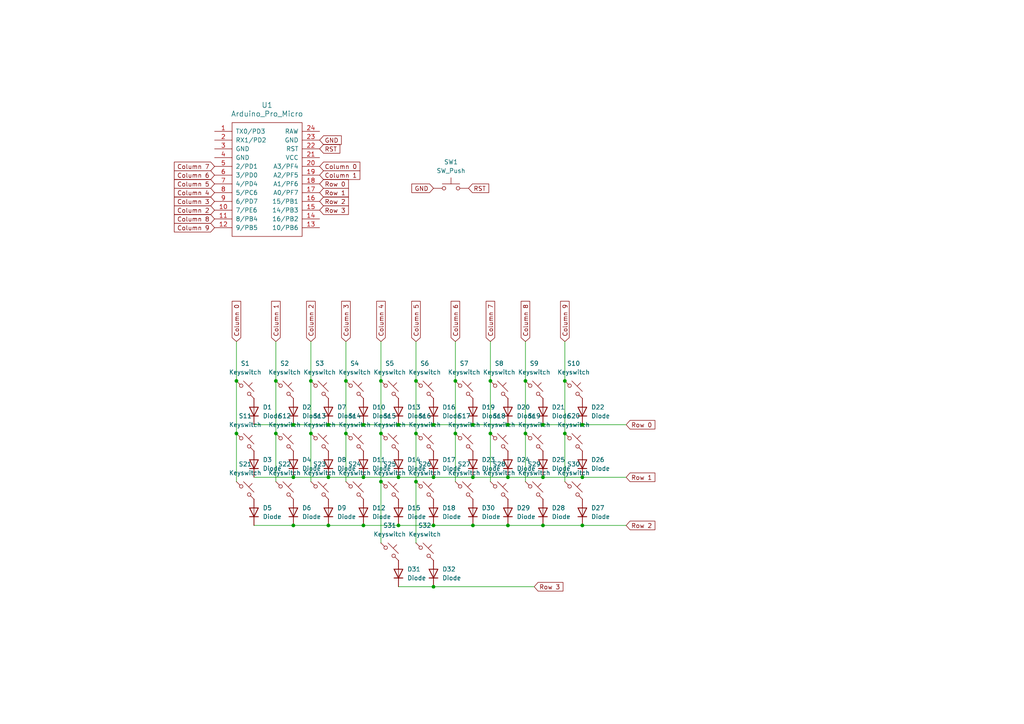
<source format=kicad_sch>
(kicad_sch (version 20231120) (generator "eeschema") (generator_version "8.0")
  (paper "A4")
  (lib_symbols
    (symbol "ScottoKeebs:MCU_Arduino_Pro_Micro" (pin_names (offset 1.016))
      (property "Reference" "U" (at 0 0 0))
      (property "Value" "Arduino_Pro_Micro" (at 0 -19.05 0))
      (symbol "MCU_Arduino_Pro_Micro_0_1"
        (rectangle (start -10.16 16.51) (end 10.16 -16.51))
      )
      (symbol "MCU_Arduino_Pro_Micro_1_1"
        (pin input line (at -15.24 13.97 0) (length 5.08) (name "TX0/PD3") (number "1"))
        (pin input line (at -15.24 -8.89 0) (length 5.08) (name "7/PE6") (number "10"))
        (pin input line (at -15.24 -11.43 0) (length 5.08) (name "8/PB4") (number "11"))
        (pin input line (at -15.24 -13.97 0) (length 5.08) (name "9/PB5") (number "12"))
        (pin input line (at 15.24 -13.97 180) (length 5.08) (name "10/PB6") (number "13"))
        (pin input line (at 15.24 -11.43 180) (length 5.08) (name "16/PB2") (number "14"))
        (pin input line (at 15.24 -8.89 180) (length 5.08) (name "14/PB3") (number "15"))
        (pin input line (at 15.24 -6.35 180) (length 5.08) (name "15/PB1") (number "16"))
        (pin input line (at 15.24 -3.81 180) (length 5.08) (name "A0/PF7") (number "17"))
        (pin input line (at 15.24 -1.27 180) (length 5.08) (name "A1/PF6") (number "18"))
        (pin input line (at 15.24 1.27 180) (length 5.08) (name "A2/PF5") (number "19"))
        (pin input line (at -15.24 11.43 0) (length 5.08) (name "RX1/PD2") (number "2"))
        (pin input line (at 15.24 3.81 180) (length 5.08) (name "A3/PF4") (number "20"))
        (pin input line (at 15.24 6.35 180) (length 5.08) (name "VCC") (number "21"))
        (pin input line (at 15.24 8.89 180) (length 5.08) (name "RST") (number "22"))
        (pin input line (at 15.24 11.43 180) (length 5.08) (name "GND") (number "23"))
        (pin input line (at 15.24 13.97 180) (length 5.08) (name "RAW") (number "24"))
        (pin input line (at -15.24 8.89 0) (length 5.08) (name "GND") (number "3"))
        (pin input line (at -15.24 6.35 0) (length 5.08) (name "GND") (number "4"))
        (pin input line (at -15.24 3.81 0) (length 5.08) (name "2/PD1") (number "5"))
        (pin input line (at -15.24 1.27 0) (length 5.08) (name "3/PD0") (number "6"))
        (pin input line (at -15.24 -1.27 0) (length 5.08) (name "4/PD4") (number "7"))
        (pin input line (at -15.24 -3.81 0) (length 5.08) (name "5/PC6") (number "8"))
        (pin input line (at -15.24 -6.35 0) (length 5.08) (name "6/PD7") (number "9"))
      )
    )
    (symbol "ScottoKeebs:Placeholder_Diode" (pin_numbers hide) (pin_names hide)
      (property "Reference" "D" (at 0 2.54 0))
      (property "Value" "Diode" (at 0 -2.54 0))
      (symbol "Placeholder_Diode_0_1"
        (polyline (pts (xy -1.27 1.27) (xy -1.27 -1.27)) (stroke (width 0.254)))
        (polyline (pts (xy 1.27 0) (xy -1.27 0)))
        (polyline (pts (xy 1.27 1.27) (xy 1.27 -1.27) (xy -1.27 0) (xy 1.27 1.27)) (stroke (width 0.254)))
      )
      (symbol "Placeholder_Diode_1_1"
        (pin passive line (at -3.81 0 0) (length 2.54) (name "K") (number "1"))
        (pin passive line (at 3.81 0 180) (length 2.54) (name "A") (number "2"))
      )
    )
    (symbol "ScottoKeebs:Placeholder_Keyswitch" (pin_numbers hide) (pin_names (offset 1.016) hide)
      (property "Reference" "S" (at 3.048 1.016 0))
      (property "Value" "Keyswitch" (at 0 -3.81 0))
      (symbol "Placeholder_Keyswitch_0_1"
        (circle (center -1.1684 1.1684) (radius 0.508))
        (polyline (pts (xy -0.508 2.54) (xy 2.54 -0.508)))
        (polyline (pts (xy 1.016 1.016) (xy 2.032 2.032)))
        (polyline (pts (xy -2.54 2.54) (xy -1.524 1.524) (xy -1.524 1.524)))
        (polyline (pts (xy 1.524 -1.524) (xy 2.54 -2.54) (xy 2.54 -2.54) (xy 2.54 -2.54)))
        (circle (center 1.143 -1.1938) (radius 0.508))
        (pin passive line (at -2.54 2.54 0) (length 0) (name "1") (number "1"))
        (pin passive line (at 2.54 -2.54 180) (length 0) (name "2") (number "2"))
      )
    )
    (symbol "Switch:SW_Push" (pin_numbers hide) (pin_names (offset 1.016) hide)
      (property "Reference" "SW" (at 1.27 2.54 0))
      (property "Value" "SW_Push" (at 0 -1.524 0))
      (symbol "SW_Push_0_1"
        (circle (center -2.032 0) (radius 0.508))
        (polyline (pts (xy 0 1.27) (xy 0 3.048)))
        (polyline (pts (xy 2.54 1.27) (xy -2.54 1.27)))
        (circle (center 2.032 0) (radius 0.508))
        (pin passive line (at -5.08 0 0) (length 2.54) (name "1") (number "1"))
        (pin passive line (at 5.08 0 180) (length 2.54) (name "2") (number "2"))
      )
    )
  )
  (junction (at 120.65 139.7))
  (junction (at 137.16 152.4))
  (junction (at 142.24 110.49))
  (junction (at 125.73 138.43))
  (junction (at 125.73 170.18))
  (junction (at 115.57 123.19))
  (junction (at 147.32 123.19))
  (junction (at 80.01 110.49))
  (junction (at 90.17 125.73))
  (junction (at 163.83 110.49))
  (junction (at 132.08 110.49))
  (junction (at 80.01 125.73))
  (junction (at 132.08 125.73))
  (junction (at 168.91 152.4))
  (junction (at 95.25 152.4))
  (junction (at 142.24 125.73))
  (junction (at 68.58 125.73))
  (junction (at 85.09 123.19))
  (junction (at 105.41 152.4))
  (junction (at 125.73 152.4))
  (junction (at 85.09 152.4))
  (junction (at 100.33 110.49))
  (junction (at 137.16 138.43))
  (junction (at 147.32 138.43))
  (junction (at 157.48 138.43))
  (junction (at 168.91 123.19))
  (junction (at 115.57 138.43))
  (junction (at 105.41 138.43))
  (junction (at 157.48 152.4))
  (junction (at 110.49 139.7))
  (junction (at 100.33 125.73))
  (junction (at 125.73 123.19))
  (junction (at 68.58 110.49))
  (junction (at 163.83 125.73))
  (junction (at 110.49 125.73))
  (junction (at 168.91 138.43))
  (junction (at 105.41 123.19))
  (junction (at 137.16 123.19))
  (junction (at 85.09 138.43))
  (junction (at 95.25 123.19))
  (junction (at 115.57 152.4))
  (junction (at 120.65 110.49))
  (junction (at 95.25 138.43))
  (junction (at 157.48 123.19))
  (junction (at 147.32 152.4))
  (junction (at 152.4 125.73))
  (junction (at 110.49 110.49))
  (junction (at 90.17 110.49))
  (junction (at 120.65 125.73))
  (junction (at 152.4 110.49))
  (wire (pts (xy 80.01 99.06) (xy 80.01 110.49)))
  (wire (pts (xy 152.4 110.49) (xy 152.4 125.73)))
  (wire (pts (xy 110.49 110.49) (xy 110.49 125.73)))
  (wire (pts (xy 120.65 110.49) (xy 120.65 125.73)))
  (wire (pts (xy 125.73 152.4) (xy 137.16 152.4)))
  (wire (pts (xy 105.41 138.43) (xy 115.57 138.43)))
  (wire (pts (xy 85.09 152.4) (xy 95.25 152.4)))
  (wire (pts (xy 137.16 152.4) (xy 147.32 152.4)))
  (wire (pts (xy 68.58 99.06) (xy 68.58 110.49)))
  (wire (pts (xy 142.24 125.73) (xy 142.24 139.7)))
  (wire (pts (xy 73.66 123.19) (xy 85.09 123.19)))
  (wire (pts (xy 132.08 125.73) (xy 132.08 139.7)))
  (wire (pts (xy 68.58 125.73) (xy 68.58 139.7)))
  (wire (pts (xy 115.57 138.43) (xy 125.73 138.43)))
  (wire (pts (xy 147.32 138.43) (xy 157.48 138.43)))
  (wire (pts (xy 110.49 99.06) (xy 110.49 110.49)))
  (wire (pts (xy 125.73 138.43) (xy 137.16 138.43)))
  (wire (pts (xy 80.01 110.49) (xy 80.01 125.73)))
  (wire (pts (xy 90.17 99.06) (xy 90.17 110.49)))
  (wire (pts (xy 163.83 110.49) (xy 163.83 125.73)))
  (wire (pts (xy 137.16 138.43) (xy 147.32 138.43)))
  (wire (pts (xy 90.17 110.49) (xy 90.17 125.73)))
  (wire (pts (xy 132.08 99.06) (xy 132.08 110.49)))
  (wire (pts (xy 105.41 123.19) (xy 115.57 123.19)))
  (wire (pts (xy 157.48 123.19) (xy 168.91 123.19)))
  (wire (pts (xy 147.32 152.4) (xy 157.48 152.4)))
  (wire (pts (xy 95.25 123.19) (xy 105.41 123.19)))
  (wire (pts (xy 100.33 125.73) (xy 100.33 139.7)))
  (wire (pts (xy 120.65 139.7) (xy 120.65 157.48)))
  (wire (pts (xy 115.57 152.4) (xy 125.73 152.4)))
  (wire (pts (xy 85.09 138.43) (xy 95.25 138.43)))
  (wire (pts (xy 137.16 123.19) (xy 147.32 123.19)))
  (wire (pts (xy 95.25 138.43) (xy 105.41 138.43)))
  (wire (pts (xy 152.4 125.73) (xy 152.4 139.7)))
  (wire (pts (xy 68.58 110.49) (xy 68.58 125.73)))
  (wire (pts (xy 154.94 170.18) (xy 125.73 170.18)))
  (wire (pts (xy 132.08 110.49) (xy 132.08 125.73)))
  (wire (pts (xy 115.57 123.19) (xy 125.73 123.19)))
  (wire (pts (xy 142.24 110.49) (xy 142.24 125.73)))
  (wire (pts (xy 120.65 99.06) (xy 120.65 110.49)))
  (wire (pts (xy 168.91 138.43) (xy 181.61 138.43)))
  (wire (pts (xy 168.91 152.4) (xy 181.61 152.4)))
  (wire (pts (xy 181.61 123.19) (xy 168.91 123.19)))
  (wire (pts (xy 157.48 138.43) (xy 168.91 138.43)))
  (wire (pts (xy 147.32 123.19) (xy 157.48 123.19)))
  (wire (pts (xy 90.17 125.73) (xy 90.17 139.7)))
  (wire (pts (xy 152.4 99.06) (xy 152.4 110.49)))
  (wire (pts (xy 110.49 139.7) (xy 110.49 157.48)))
  (wire (pts (xy 110.49 125.73) (xy 110.49 139.7)))
  (wire (pts (xy 115.57 170.18) (xy 125.73 170.18)))
  (wire (pts (xy 85.09 123.19) (xy 95.25 123.19)))
  (wire (pts (xy 105.41 152.4) (xy 115.57 152.4)))
  (wire (pts (xy 157.48 152.4) (xy 168.91 152.4)))
  (wire (pts (xy 120.65 125.73) (xy 120.65 139.7)))
  (wire (pts (xy 125.73 123.19) (xy 137.16 123.19)))
  (wire (pts (xy 80.01 125.73) (xy 80.01 139.7)))
  (wire (pts (xy 73.66 152.4) (xy 85.09 152.4)))
  (wire (pts (xy 163.83 99.06) (xy 163.83 110.49)))
  (wire (pts (xy 100.33 110.49) (xy 100.33 125.73)))
  (wire (pts (xy 73.66 138.43) (xy 85.09 138.43)))
  (wire (pts (xy 95.25 152.4) (xy 105.41 152.4)))
  (wire (pts (xy 163.83 125.73) (xy 163.83 139.7)))
  (wire (pts (xy 142.24 99.06) (xy 142.24 110.49)))
  (wire (pts (xy 100.33 99.06) (xy 100.33 110.49)))
  (global_label "Column 7" (shape input) (at 142.24 99.06 90) (property "Intersheetrefs" "${INTERSHEET_REFS}" (effects (hide yes))))
  (global_label "RST" (shape input) (at 92.71 43.18 0) (property "Intersheetrefs" "${INTERSHEET_REFS}" (effects (hide yes))))
  (global_label "Row 2" (shape input) (at 92.71 58.42 0) (property "Intersheetrefs" "${INTERSHEET_REFS}" (effects (hide yes))))
  (global_label "Row 3" (shape input) (at 154.94 170.18 0) (property "Intersheetrefs" "${INTERSHEET_REFS}" (effects (hide yes))))
  (global_label "Column 0" (shape input) (at 92.71 48.26 0) (property "Intersheetrefs" "${INTERSHEET_REFS}" (effects (hide yes))))
  (global_label "Row 1" (shape input) (at 181.61 138.43 0) (property "Intersheetrefs" "${INTERSHEET_REFS}" (effects (hide yes))))
  (global_label "Row 0" (shape input) (at 92.71 53.34 0) (property "Intersheetrefs" "${INTERSHEET_REFS}" (effects (hide yes))))
  (global_label "Row 2" (shape input) (at 181.61 152.4 0) (property "Intersheetrefs" "${INTERSHEET_REFS}" (effects (hide yes))))
  (global_label "Column 1" (shape input) (at 80.01 99.06 90) (property "Intersheetrefs" "${INTERSHEET_REFS}" (effects (hide yes))))
  (global_label "Column 2" (shape input) (at 90.17 99.06 90) (property "Intersheetrefs" "${INTERSHEET_REFS}" (effects (hide yes))))
  (global_label "Row 1" (shape input) (at 92.71 55.88 0) (property "Intersheetrefs" "${INTERSHEET_REFS}" (effects (hide yes))))
  (global_label "Column 6" (shape input) (at 132.08 99.06 90) (property "Intersheetrefs" "${INTERSHEET_REFS}" (effects (hide yes))))
  (global_label "Column 5" (shape input) (at 120.65 99.06 90) (property "Intersheetrefs" "${INTERSHEET_REFS}" (effects (hide yes))))
  (global_label "Column 4" (shape input) (at 110.49 99.06 90) (property "Intersheetrefs" "${INTERSHEET_REFS}" (effects (hide yes))))
  (global_label "Column 6" (shape input) (at 62.23 50.8 180) (property "Intersheetrefs" "${INTERSHEET_REFS}" (effects (hide yes))))
  (global_label "Column 3" (shape input) (at 62.23 58.42 180) (property "Intersheetrefs" "${INTERSHEET_REFS}" (effects (hide yes))))
  (global_label "Column 3" (shape input) (at 100.33 99.06 90) (property "Intersheetrefs" "${INTERSHEET_REFS}" (effects (hide yes))))
  (global_label "GND" (shape input) (at 125.73 54.61 180) (property "Intersheetrefs" "${INTERSHEET_REFS}" (effects (hide yes))))
  (global_label "Column 8" (shape input) (at 62.23 63.5 180) (property "Intersheetrefs" "${INTERSHEET_REFS}" (effects (hide yes))))
  (global_label "Column 5" (shape input) (at 62.23 53.34 180) (property "Intersheetrefs" "${INTERSHEET_REFS}" (effects (hide yes))))
  (global_label "Column 9" (shape input) (at 62.23 66.04 180) (property "Intersheetrefs" "${INTERSHEET_REFS}" (effects (hide yes))))
  (global_label "Column 0" (shape input) (at 68.58 99.06 90) (property "Intersheetrefs" "${INTERSHEET_REFS}" (effects (hide yes))))
  (global_label "Column 7" (shape input) (at 62.23 48.26 180) (property "Intersheetrefs" "${INTERSHEET_REFS}" (effects (hide yes))))
  (global_label "RST" (shape input) (at 135.89 54.61 0) (property "Intersheetrefs" "${INTERSHEET_REFS}" (effects (hide yes))))
  (global_label "Column 4" (shape input) (at 62.23 55.88 180) (property "Intersheetrefs" "${INTERSHEET_REFS}" (effects (hide yes))))
  (global_label "Column 1" (shape input) (at 92.71 50.8 0) (property "Intersheetrefs" "${INTERSHEET_REFS}" (effects (hide yes))))
  (global_label "Column 8" (shape input) (at 152.4 99.06 90) (property "Intersheetrefs" "${INTERSHEET_REFS}" (effects (hide yes))))
  (global_label "Column 9" (shape input) (at 163.83 99.06 90) (property "Intersheetrefs" "${INTERSHEET_REFS}" (effects (hide yes))))
  (global_label "Row 0" (shape input) (at 181.61 123.19 0) (property "Intersheetrefs" "${INTERSHEET_REFS}" (effects (hide yes))))
  (global_label "Row 3" (shape input) (at 92.71 60.96 0) (property "Intersheetrefs" "${INTERSHEET_REFS}" (effects (hide yes))))
  (global_label "Column 2" (shape input) (at 62.23 60.96 180) (property "Intersheetrefs" "${INTERSHEET_REFS}" (effects (hide yes))))
  (global_label "GND" (shape input) (at 92.71 40.64 0) (property "Intersheetrefs" "${INTERSHEET_REFS}" (effects (hide yes))))
  (symbol (lib_id "ScottoKeebs:Placeholder_Diode") (at 73.66 148.59 90) (unit 1)
    (property "Reference" "D5" (at 76.2 147.3199 90) (effects (justify right)))
    (property "Value" "Diode" (at 76.2 149.8599 90) (effects (justify right)))
    (property "Footprint" "ScottoKeebs_Components:Diode_SOD-123" (effects (hide yes)))
    (property "Description" "1N4148 (DO-35) or 1N4148W (SOD-123)" (effects (hide yes)))
    (property "Sim.Device" "D" (effects (hide yes)))
    (property "Sim.Pins" "1=K 2=A" (effects (hide yes)))
  )
  (symbol (lib_id "ScottoKeebs:Placeholder_Diode") (at 168.91 148.59 90) (unit 1)
    (property "Reference" "D27" (at 171.45 147.3199 90) (effects (justify right)))
    (property "Value" "Diode" (at 171.45 149.8599 90) (effects (justify right)))
    (property "Footprint" "ScottoKeebs_Components:Diode_SOD-123" (effects (hide yes)))
    (property "Description" "1N4148 (DO-35) or 1N4148W (SOD-123)" (effects (hide yes)))
    (property "Sim.Device" "D" (effects (hide yes)))
    (property "Sim.Pins" "1=K 2=A" (effects (hide yes)))
  )
  (symbol (lib_id "ScottoKeebs:Placeholder_Diode") (at 115.57 166.37 90) (unit 1)
    (property "Reference" "D31" (at 118.11 165.0999 90) (effects (justify right)))
    (property "Value" "Diode" (at 118.11 167.6399 90) (effects (justify right)))
    (property "Footprint" "ScottoKeebs_Components:Diode_SOD-123" (effects (hide yes)))
    (property "Description" "1N4148 (DO-35) or 1N4148W (SOD-123)" (effects (hide yes)))
    (property "Sim.Device" "D" (effects (hide yes)))
    (property "Sim.Pins" "1=K 2=A" (effects (hide yes)))
  )
  (symbol (lib_id "ScottoKeebs:Placeholder_Diode") (at 168.91 134.62 90) (unit 1)
    (property "Reference" "D26" (at 171.45 133.3499 90) (effects (justify right)))
    (property "Value" "Diode" (at 171.45 135.8899 90) (effects (justify right)))
    (property "Footprint" "ScottoKeebs_Components:Diode_SOD-123" (effects (hide yes)))
    (property "Description" "1N4148 (DO-35) or 1N4148W (SOD-123)" (effects (hide yes)))
    (property "Sim.Device" "D" (effects (hide yes)))
    (property "Sim.Pins" "1=K 2=A" (effects (hide yes)))
  )
  (symbol (lib_id "ScottoKeebs:Placeholder_Diode") (at 85.09 134.62 90) (unit 1)
    (property "Reference" "D4" (at 87.63 133.3499 90) (effects (justify right)))
    (property "Value" "Diode" (at 87.63 135.8899 90) (effects (justify right)))
    (property "Footprint" "ScottoKeebs_Components:Diode_SOD-123" (effects (hide yes)))
    (property "Description" "1N4148 (DO-35) or 1N4148W (SOD-123)" (effects (hide yes)))
    (property "Sim.Device" "D" (effects (hide yes)))
    (property "Sim.Pins" "1=K 2=A" (effects (hide yes)))
  )
  (symbol (lib_id "ScottoKeebs:Placeholder_Diode") (at 105.41 148.59 90) (unit 1)
    (property "Reference" "D12" (at 107.95 147.3199 90) (effects (justify right)))
    (property "Value" "Diode" (at 107.95 149.8599 90) (effects (justify right)))
    (property "Footprint" "ScottoKeebs_Components:Diode_SOD-123" (effects (hide yes)))
    (property "Description" "1N4148 (DO-35) or 1N4148W (SOD-123)" (effects (hide yes)))
    (property "Sim.Device" "D" (effects (hide yes)))
    (property "Sim.Pins" "1=K 2=A" (effects (hide yes)))
  )
  (symbol (lib_id "ScottoKeebs:Placeholder_Diode") (at 95.25 119.38 90) (unit 1)
    (property "Reference" "D7" (at 97.79 118.1099 90) (effects (justify right)))
    (property "Value" "Diode" (at 97.79 120.6499 90) (effects (justify right)))
    (property "Footprint" "ScottoKeebs_Components:Diode_SOD-123" (effects (hide yes)))
    (property "Description" "1N4148 (DO-35) or 1N4148W (SOD-123)" (effects (hide yes)))
    (property "Sim.Device" "D" (effects (hide yes)))
    (property "Sim.Pins" "1=K 2=A" (effects (hide yes)))
  )
  (symbol (lib_id "ScottoKeebs:Placeholder_Diode") (at 105.41 134.62 90) (unit 1)
    (property "Reference" "D11" (at 107.95 133.3499 90) (effects (justify right)))
    (property "Value" "Diode" (at 107.95 135.8899 90) (effects (justify right)))
    (property "Footprint" "ScottoKeebs_Components:Diode_SOD-123" (effects (hide yes)))
    (property "Description" "1N4148 (DO-35) or 1N4148W (SOD-123)" (effects (hide yes)))
    (property "Sim.Device" "D" (effects (hide yes)))
    (property "Sim.Pins" "1=K 2=A" (effects (hide yes)))
  )
  (symbol (lib_id "ScottoKeebs:Placeholder_Keyswitch") (at 166.37 113.03 0) (unit 1)
    (property "Reference" "S10" (at 166.37 105.41 0))
    (property "Value" "Keyswitch" (at 166.37 107.95 0))
    (property "Footprint" "ScottoKeebs_Choc:Choc_V1_1.00u" (effects (hide yes)))
    (property "Description" "Push button switch, normally open, two pins, 45° tilted" (effects (hide yes)))
  )
  (symbol (lib_id "ScottoKeebs:Placeholder_Keyswitch") (at 154.94 113.03 0) (unit 1)
    (property "Reference" "S9" (at 154.94 105.41 0))
    (property "Value" "Keyswitch" (at 154.94 107.95 0))
    (property "Footprint" "ScottoKeebs_Choc:Choc_V1_1.00u" (effects (hide yes)))
    (property "Description" "Push button switch, normally open, two pins, 45° tilted" (effects (hide yes)))
  )
  (symbol (lib_id "ScottoKeebs:Placeholder_Diode") (at 125.73 134.62 90) (unit 1)
    (property "Reference" "D17" (at 128.27 133.3499 90) (effects (justify right)))
    (property "Value" "Diode" (at 128.27 135.8899 90) (effects (justify right)))
    (property "Footprint" "ScottoKeebs_Components:Diode_SOD-123" (effects (hide yes)))
    (property "Description" "1N4148 (DO-35) or 1N4148W (SOD-123)" (effects (hide yes)))
    (property "Sim.Device" "D" (effects (hide yes)))
    (property "Sim.Pins" "1=K 2=A" (effects (hide yes)))
  )
  (symbol (lib_id "ScottoKeebs:Placeholder_Keyswitch") (at 113.03 142.24 0) (unit 1)
    (property "Reference" "S25" (at 113.03 134.62 0))
    (property "Value" "Keyswitch" (at 113.03 137.16 0))
    (property "Footprint" "ScottoKeebs_Choc:Choc_V1_1.00u" (effects (hide yes)))
    (property "Description" "Push button switch, normally open, two pins, 45° tilted" (effects (hide yes)))
  )
  (symbol (lib_id "ScottoKeebs:Placeholder_Keyswitch") (at 123.19 128.27 0) (unit 1)
    (property "Reference" "S16" (at 123.19 120.65 0))
    (property "Value" "Keyswitch" (at 123.19 123.19 0))
    (property "Footprint" "ScottoKeebs_Choc:Choc_V1_1.00u" (effects (hide yes)))
    (property "Description" "Push button switch, normally open, two pins, 45° tilted" (effects (hide yes)))
  )
  (symbol (lib_id "ScottoKeebs:Placeholder_Keyswitch") (at 102.87 142.24 0) (unit 1)
    (property "Reference" "S24" (at 102.87 134.62 0))
    (property "Value" "Keyswitch" (at 102.87 137.16 0))
    (property "Footprint" "ScottoKeebs_Choc:Choc_V1_1.00u" (effects (hide yes)))
    (property "Description" "Push button switch, normally open, two pins, 45° tilted" (effects (hide yes)))
  )
  (symbol (lib_id "ScottoKeebs:Placeholder_Diode") (at 168.91 119.38 90) (unit 1)
    (property "Reference" "D22" (at 171.45 118.1099 90) (effects (justify right)))
    (property "Value" "Diode" (at 171.45 120.6499 90) (effects (justify right)))
    (property "Footprint" "ScottoKeebs_Components:Diode_SOD-123" (effects (hide yes)))
    (property "Description" "1N4148 (DO-35) or 1N4148W (SOD-123)" (effects (hide yes)))
    (property "Sim.Device" "D" (effects (hide yes)))
    (property "Sim.Pins" "1=K 2=A" (effects (hide yes)))
  )
  (symbol (lib_id "ScottoKeebs:Placeholder_Diode") (at 125.73 166.37 90) (unit 1)
    (property "Reference" "D32" (at 128.27 165.0999 90) (effects (justify right)))
    (property "Value" "Diode" (at 128.27 167.6399 90) (effects (justify right)))
    (property "Footprint" "ScottoKeebs_Components:Diode_SOD-123" (effects (hide yes)))
    (property "Description" "1N4148 (DO-35) or 1N4148W (SOD-123)" (effects (hide yes)))
    (property "Sim.Device" "D" (effects (hide yes)))
    (property "Sim.Pins" "1=K 2=A" (effects (hide yes)))
  )
  (symbol (lib_id "ScottoKeebs:Placeholder_Keyswitch") (at 166.37 128.27 0) (unit 1)
    (property "Reference" "S20" (at 166.37 120.65 0))
    (property "Value" "Keyswitch" (at 166.37 123.19 0))
    (property "Footprint" "ScottoKeebs_Choc:Choc_V1_1.00u" (effects (hide yes)))
    (property "Description" "Push button switch, normally open, two pins, 45° tilted" (effects (hide yes)))
  )
  (symbol (lib_id "ScottoKeebs:Placeholder_Diode") (at 137.16 148.59 90) (unit 1)
    (property "Reference" "D30" (at 139.7 147.3199 90) (effects (justify right)))
    (property "Value" "Diode" (at 139.7 149.8599 90) (effects (justify right)))
    (property "Footprint" "ScottoKeebs_Components:Diode_SOD-123" (effects (hide yes)))
    (property "Description" "1N4148 (DO-35) or 1N4148W (SOD-123)" (effects (hide yes)))
    (property "Sim.Device" "D" (effects (hide yes)))
    (property "Sim.Pins" "1=K 2=A" (effects (hide yes)))
  )
  (symbol (lib_id "ScottoKeebs:Placeholder_Keyswitch") (at 134.62 142.24 0) (unit 1)
    (property "Reference" "S27" (at 134.62 134.62 0))
    (property "Value" "Keyswitch" (at 134.62 137.16 0))
    (property "Footprint" "ScottoKeebs_Choc:Choc_V1_1.00u" (effects (hide yes)))
    (property "Description" "Push button switch, normally open, two pins, 45° tilted" (effects (hide yes)))
  )
  (symbol (lib_id "ScottoKeebs:Placeholder_Keyswitch") (at 154.94 142.24 0) (unit 1)
    (property "Reference" "S29" (at 154.94 134.62 0))
    (property "Value" "Keyswitch" (at 154.94 137.16 0))
    (property "Footprint" "ScottoKeebs_Choc:Choc_V1_1.00u" (effects (hide yes)))
    (property "Description" "Push button switch, normally open, two pins, 45° tilted" (effects (hide yes)))
  )
  (symbol (lib_id "ScottoKeebs:Placeholder_Diode") (at 115.57 119.38 90) (unit 1)
    (property "Reference" "D13" (at 118.11 118.1099 90) (effects (justify right)))
    (property "Value" "Diode" (at 118.11 120.6499 90) (effects (justify right)))
    (property "Footprint" "ScottoKeebs_Components:Diode_SOD-123" (effects (hide yes)))
    (property "Description" "1N4148 (DO-35) or 1N4148W (SOD-123)" (effects (hide yes)))
    (property "Sim.Device" "D" (effects (hide yes)))
    (property "Sim.Pins" "1=K 2=A" (effects (hide yes)))
  )
  (symbol (lib_id "ScottoKeebs:Placeholder_Diode") (at 115.57 134.62 90) (unit 1)
    (property "Reference" "D14" (at 118.11 133.3499 90) (effects (justify right)))
    (property "Value" "Diode" (at 118.11 135.8899 90) (effects (justify right)))
    (property "Footprint" "ScottoKeebs_Components:Diode_SOD-123" (effects (hide yes)))
    (property "Description" "1N4148 (DO-35) or 1N4148W (SOD-123)" (effects (hide yes)))
    (property "Sim.Device" "D" (effects (hide yes)))
    (property "Sim.Pins" "1=K 2=A" (effects (hide yes)))
  )
  (symbol (lib_id "ScottoKeebs:Placeholder_Keyswitch") (at 123.19 160.02 0) (unit 1)
    (property "Reference" "S32" (at 123.19 152.4 0))
    (property "Value" "Keyswitch" (at 123.19 154.94 0))
    (property "Footprint" "ScottoKeebs_Choc:Choc_V1_1.50u" (effects (hide yes)))
    (property "Description" "Push button switch, normally open, two pins, 45° tilted" (effects (hide yes)))
  )
  (symbol (lib_id "ScottoKeebs:Placeholder_Keyswitch") (at 123.19 113.03 0) (unit 1)
    (property "Reference" "S6" (at 123.19 105.41 0))
    (property "Value" "Keyswitch" (at 123.19 107.95 0))
    (property "Footprint" "ScottoKeebs_Choc:Choc_V1_1.00u" (effects (hide yes)))
    (property "Description" "Push button switch, normally open, two pins, 45° tilted" (effects (hide yes)))
  )
  (symbol (lib_id "ScottoKeebs:Placeholder_Keyswitch") (at 113.03 113.03 0) (unit 1)
    (property "Reference" "S5" (at 113.03 105.41 0))
    (property "Value" "Keyswitch" (at 113.03 107.95 0))
    (property "Footprint" "ScottoKeebs_Choc:Choc_V1_1.00u" (effects (hide yes)))
    (property "Description" "Push button switch, normally open, two pins, 45° tilted" (effects (hide yes)))
  )
  (symbol (lib_id "ScottoKeebs:Placeholder_Keyswitch") (at 82.55 128.27 0) (unit 1)
    (property "Reference" "S12" (at 82.55 120.65 0))
    (property "Value" "Keyswitch" (at 82.55 123.19 0))
    (property "Footprint" "ScottoKeebs_Choc:Choc_V1_1.00u" (effects (hide yes)))
    (property "Description" "Push button switch, normally open, two pins, 45° tilted" (effects (hide yes)))
  )
  (symbol (lib_id "ScottoKeebs:Placeholder_Diode") (at 147.32 119.38 90) (unit 1)
    (property "Reference" "D20" (at 149.86 118.1099 90) (effects (justify right)))
    (property "Value" "Diode" (at 149.86 120.6499 90) (effects (justify right)))
    (property "Footprint" "ScottoKeebs_Components:Diode_SOD-123" (effects (hide yes)))
    (property "Description" "1N4148 (DO-35) or 1N4148W (SOD-123)" (effects (hide yes)))
    (property "Sim.Device" "D" (effects (hide yes)))
    (property "Sim.Pins" "1=K 2=A" (effects (hide yes)))
  )
  (symbol (lib_id "ScottoKeebs:Placeholder_Diode") (at 73.66 134.62 90) (unit 1)
    (property "Reference" "D3" (at 76.2 133.3499 90) (effects (justify right)))
    (property "Value" "Diode" (at 76.2 135.8899 90) (effects (justify right)))
    (property "Footprint" "ScottoKeebs_Components:Diode_SOD-123" (effects (hide yes)))
    (property "Description" "1N4148 (DO-35) or 1N4148W (SOD-123)" (effects (hide yes)))
    (property "Sim.Device" "D" (effects (hide yes)))
    (property "Sim.Pins" "1=K 2=A" (effects (hide yes)))
  )
  (symbol (lib_id "ScottoKeebs:Placeholder_Keyswitch") (at 71.12 113.03 0) (unit 1)
    (property "Reference" "S1" (at 71.12 105.41 0))
    (property "Value" "Keyswitch" (at 71.12 107.95 0))
    (property "Footprint" "ScottoKeebs_Choc:Choc_V1_1.00u" (effects (hide yes)))
    (property "Description" "Push button switch, normally open, two pins, 45° tilted" (effects (hide yes)))
  )
  (symbol (lib_id "ScottoKeebs:Placeholder_Keyswitch") (at 82.55 113.03 0) (unit 1)
    (property "Reference" "S2" (at 82.55 105.41 0))
    (property "Value" "Keyswitch" (at 82.55 107.95 0))
    (property "Footprint" "ScottoKeebs_Choc:Choc_V1_1.00u" (effects (hide yes)))
    (property "Description" "Push button switch, normally open, two pins, 45° tilted" (effects (hide yes)))
  )
  (symbol (lib_id "ScottoKeebs:Placeholder_Keyswitch") (at 71.12 142.24 0) (unit 1)
    (property "Reference" "S21" (at 71.12 134.62 0))
    (property "Value" "Keyswitch" (at 71.12 137.16 0))
    (property "Footprint" "ScottoKeebs_Choc:Choc_V1_1.00u" (effects (hide yes)))
    (property "Description" "Push button switch, normally open, two pins, 45° tilted" (effects (hide yes)))
  )
  (symbol (lib_id "ScottoKeebs:Placeholder_Keyswitch") (at 154.94 128.27 0) (unit 1)
    (property "Reference" "S19" (at 154.94 120.65 0))
    (property "Value" "Keyswitch" (at 154.94 123.19 0))
    (property "Footprint" "ScottoKeebs_Choc:Choc_V1_1.00u" (effects (hide yes)))
    (property "Description" "Push button switch, normally open, two pins, 45° tilted" (effects (hide yes)))
  )
  (symbol (lib_id "ScottoKeebs:Placeholder_Diode") (at 157.48 134.62 90) (unit 1)
    (property "Reference" "D25" (at 160.02 133.3499 90) (effects (justify right)))
    (property "Value" "Diode" (at 160.02 135.8899 90) (effects (justify right)))
    (property "Footprint" "ScottoKeebs_Components:Diode_SOD-123" (effects (hide yes)))
    (property "Description" "1N4148 (DO-35) or 1N4148W (SOD-123)" (effects (hide yes)))
    (property "Sim.Device" "D" (effects (hide yes)))
    (property "Sim.Pins" "1=K 2=A" (effects (hide yes)))
  )
  (symbol (lib_id "ScottoKeebs:Placeholder_Diode") (at 85.09 148.59 90) (unit 1)
    (property "Reference" "D6" (at 87.63 147.3199 90) (effects (justify right)))
    (property "Value" "Diode" (at 87.63 149.8599 90) (effects (justify right)))
    (property "Footprint" "ScottoKeebs_Components:Diode_SOD-123" (effects (hide yes)))
    (property "Description" "1N4148 (DO-35) or 1N4148W (SOD-123)" (effects (hide yes)))
    (property "Sim.Device" "D" (effects (hide yes)))
    (property "Sim.Pins" "1=K 2=A" (effects (hide yes)))
  )
  (symbol (lib_id "ScottoKeebs:Placeholder_Diode") (at 95.25 148.59 90) (unit 1)
    (property "Reference" "D9" (at 97.79 147.3199 90) (effects (justify right)))
    (property "Value" "Diode" (at 97.79 149.8599 90) (effects (justify right)))
    (property "Footprint" "ScottoKeebs_Components:Diode_SOD-123" (effects (hide yes)))
    (property "Description" "1N4148 (DO-35) or 1N4148W (SOD-123)" (effects (hide yes)))
    (property "Sim.Device" "D" (effects (hide yes)))
    (property "Sim.Pins" "1=K 2=A" (effects (hide yes)))
  )
  (symbol (lib_id "ScottoKeebs:Placeholder_Keyswitch") (at 123.19 142.24 0) (unit 1)
    (property "Reference" "S26" (at 123.19 134.62 0))
    (property "Value" "Keyswitch" (at 123.19 137.16 0))
    (property "Footprint" "ScottoKeebs_Choc:Choc_V1_1.00u" (effects (hide yes)))
    (property "Description" "Push button switch, normally open, two pins, 45° tilted" (effects (hide yes)))
  )
  (symbol (lib_id "ScottoKeebs:Placeholder_Diode") (at 137.16 119.38 90) (unit 1)
    (property "Reference" "D19" (at 139.7 118.1099 90) (effects (justify right)))
    (property "Value" "Diode" (at 139.7 120.6499 90) (effects (justify right)))
    (property "Footprint" "ScottoKeebs_Components:Diode_SOD-123" (effects (hide yes)))
    (property "Description" "1N4148 (DO-35) or 1N4148W (SOD-123)" (effects (hide yes)))
    (property "Sim.Device" "D" (effects (hide yes)))
    (property "Sim.Pins" "1=K 2=A" (effects (hide yes)))
  )
  (symbol (lib_id "ScottoKeebs:Placeholder_Keyswitch") (at 92.71 128.27 0) (unit 1)
    (property "Reference" "S13" (at 92.71 120.65 0))
    (property "Value" "Keyswitch" (at 92.71 123.19 0))
    (property "Footprint" "ScottoKeebs_Choc:Choc_V1_1.00u" (effects (hide yes)))
    (property "Description" "Push button switch, normally open, two pins, 45° tilted" (effects (hide yes)))
  )
  (symbol (lib_id "ScottoKeebs:Placeholder_Keyswitch") (at 113.03 128.27 0) (unit 1)
    (property "Reference" "S15" (at 113.03 120.65 0))
    (property "Value" "Keyswitch" (at 113.03 123.19 0))
    (property "Footprint" "ScottoKeebs_Choc:Choc_V1_1.00u" (effects (hide yes)))
    (property "Description" "Push button switch, normally open, two pins, 45° tilted" (effects (hide yes)))
  )
  (symbol (lib_id "Switch:SW_Push") (at 130.81 54.61 0) (unit 1)
    (property "Reference" "SW1" (at 130.81 46.99 0))
    (property "Value" "SW_Push" (at 130.81 49.53 0))
    (property "Footprint" "ScottoKeebs_Components:Button_MJTP1250" (effects (hide yes)))
    (property "Description" "Push button switch, generic, two pins" (effects (hide yes)))
  )
  (symbol (lib_id "ScottoKeebs:Placeholder_Keyswitch") (at 102.87 113.03 0) (unit 1)
    (property "Reference" "S4" (at 102.87 105.41 0))
    (property "Value" "Keyswitch" (at 102.87 107.95 0))
    (property "Footprint" "ScottoKeebs_Choc:Choc_V1_1.00u" (effects (hide yes)))
    (property "Description" "Push button switch, normally open, two pins, 45° tilted" (effects (hide yes)))
  )
  (symbol (lib_id "ScottoKeebs:Placeholder_Keyswitch") (at 113.03 160.02 0) (unit 1)
    (property "Reference" "S31" (at 113.03 152.4 0))
    (property "Value" "Keyswitch" (at 113.03 154.94 0))
    (property "Footprint" "ScottoKeebs_Choc:Choc_V1_1.50u" (effects (hide yes)))
    (property "Description" "Push button switch, normally open, two pins, 45° tilted" (effects (hide yes)))
  )
  (symbol (lib_id "ScottoKeebs:Placeholder_Keyswitch") (at 144.78 142.24 0) (unit 1)
    (property "Reference" "S28" (at 144.78 134.62 0))
    (property "Value" "Keyswitch" (at 144.78 137.16 0))
    (property "Footprint" "ScottoKeebs_Choc:Choc_V1_1.00u" (effects (hide yes)))
    (property "Description" "Push button switch, normally open, two pins, 45° tilted" (effects (hide yes)))
  )
  (symbol (lib_id "ScottoKeebs:Placeholder_Keyswitch") (at 134.62 128.27 0) (unit 1)
    (property "Reference" "S17" (at 134.62 120.65 0))
    (property "Value" "Keyswitch" (at 134.62 123.19 0))
    (property "Footprint" "ScottoKeebs_Choc:Choc_V1_1.00u" (effects (hide yes)))
    (property "Description" "Push button switch, normally open, two pins, 45° tilted" (effects (hide yes)))
  )
  (symbol (lib_id "ScottoKeebs:Placeholder_Diode") (at 73.66 119.38 90) (unit 1)
    (property "Reference" "D1" (at 76.2 118.1099 90) (effects (justify right)))
    (property "Value" "Diode" (at 76.2 120.6499 90) (effects (justify right)))
    (property "Footprint" "ScottoKeebs_Components:Diode_SOD-123" (effects (hide yes)))
    (property "Description" "1N4148 (DO-35) or 1N4148W (SOD-123)" (effects (hide yes)))
    (property "Sim.Device" "D" (effects (hide yes)))
    (property "Sim.Pins" "1=K 2=A" (effects (hide yes)))
  )
  (symbol (lib_id "ScottoKeebs:Placeholder_Keyswitch") (at 166.37 142.24 0) (unit 1)
    (property "Reference" "S30" (at 166.37 134.62 0))
    (property "Value" "Keyswitch" (at 166.37 137.16 0))
    (property "Footprint" "ScottoKeebs_Choc:Choc_V1_1.00u" (effects (hide yes)))
    (property "Description" "Push button switch, normally open, two pins, 45° tilted" (effects (hide yes)))
  )
  (symbol (lib_id "ScottoKeebs:Placeholder_Diode") (at 95.25 134.62 90) (unit 1)
    (property "Reference" "D8" (at 97.79 133.3499 90) (effects (justify right)))
    (property "Value" "Diode" (at 97.79 135.8899 90) (effects (justify right)))
    (property "Footprint" "ScottoKeebs_Components:Diode_SOD-123" (effects (hide yes)))
    (property "Description" "1N4148 (DO-35) or 1N4148W (SOD-123)" (effects (hide yes)))
    (property "Sim.Device" "D" (effects (hide yes)))
    (property "Sim.Pins" "1=K 2=A" (effects (hide yes)))
  )
  (symbol (lib_id "ScottoKeebs:Placeholder_Diode") (at 157.48 148.59 90) (unit 1)
    (property "Reference" "D28" (at 160.02 147.3199 90) (effects (justify right)))
    (property "Value" "Diode" (at 160.02 149.8599 90) (effects (justify right)))
    (property "Footprint" "ScottoKeebs_Components:Diode_SOD-123" (effects (hide yes)))
    (property "Description" "1N4148 (DO-35) or 1N4148W (SOD-123)" (effects (hide yes)))
    (property "Sim.Device" "D" (effects (hide yes)))
    (property "Sim.Pins" "1=K 2=A" (effects (hide yes)))
  )
  (symbol (lib_id "ScottoKeebs:Placeholder_Diode") (at 115.57 148.59 90) (unit 1)
    (property "Reference" "D15" (at 118.11 147.3199 90) (effects (justify right)))
    (property "Value" "Diode" (at 118.11 149.8599 90) (effects (justify right)))
    (property "Footprint" "ScottoKeebs_Components:Diode_SOD-123" (effects (hide yes)))
    (property "Description" "1N4148 (DO-35) or 1N4148W (SOD-123)" (effects (hide yes)))
    (property "Sim.Device" "D" (effects (hide yes)))
    (property "Sim.Pins" "1=K 2=A" (effects (hide yes)))
  )
  (symbol (lib_id "ScottoKeebs:MCU_Arduino_Pro_Micro") (at 77.47 52.07 0) (unit 1)
    (property "Reference" "U1" (at 77.47 30.48 0) (effects (font (size 1.524 1.524))))
    (property "Value" "Arduino_Pro_Micro" (at 77.47 33.02 0) (effects (font (size 1.524 1.524))))
    (property "Footprint" "ScottoKeebs_MCU:Arduino_Pro_Micro" (effects (hide yes)))
  )
  (symbol (lib_id "ScottoKeebs:Placeholder_Keyswitch") (at 92.71 142.24 0) (unit 1)
    (property "Reference" "S23" (at 92.71 134.62 0))
    (property "Value" "Keyswitch" (at 92.71 137.16 0))
    (property "Footprint" "ScottoKeebs_Choc:Choc_V1_1.00u" (effects (hide yes)))
    (property "Description" "Push button switch, normally open, two pins, 45° tilted" (effects (hide yes)))
  )
  (symbol (lib_id "ScottoKeebs:Placeholder_Diode") (at 137.16 134.62 90) (unit 1)
    (property "Reference" "D23" (at 139.7 133.3499 90) (effects (justify right)))
    (property "Value" "Diode" (at 139.7 135.8899 90) (effects (justify right)))
    (property "Footprint" "ScottoKeebs_Components:Diode_SOD-123" (effects (hide yes)))
    (property "Description" "1N4148 (DO-35) or 1N4148W (SOD-123)" (effects (hide yes)))
    (property "Sim.Device" "D" (effects (hide yes)))
    (property "Sim.Pins" "1=K 2=A" (effects (hide yes)))
  )
  (symbol (lib_id "ScottoKeebs:Placeholder_Diode") (at 125.73 119.38 90) (unit 1)
    (property "Reference" "D16" (at 128.27 118.1099 90) (effects (justify right)))
    (property "Value" "Diode" (at 128.27 120.6499 90) (effects (justify right)))
    (property "Footprint" "ScottoKeebs_Components:Diode_SOD-123" (effects (hide yes)))
    (property "Description" "1N4148 (DO-35) or 1N4148W (SOD-123)" (effects (hide yes)))
    (property "Sim.Device" "D" (effects (hide yes)))
    (property "Sim.Pins" "1=K 2=A" (effects (hide yes)))
  )
  (symbol (lib_id "ScottoKeebs:Placeholder_Keyswitch") (at 134.62 113.03 0) (unit 1)
    (property "Reference" "S7" (at 134.62 105.41 0))
    (property "Value" "Keyswitch" (at 134.62 107.95 0))
    (property "Footprint" "ScottoKeebs_Choc:Choc_V1_1.00u" (effects (hide yes)))
    (property "Description" "Push button switch, normally open, two pins, 45° tilted" (effects (hide yes)))
  )
  (symbol (lib_id "ScottoKeebs:Placeholder_Diode") (at 85.09 119.38 90) (unit 1)
    (property "Reference" "D2" (at 87.63 118.1099 90) (effects (justify right)))
    (property "Value" "Diode" (at 87.63 120.6499 90) (effects (justify right)))
    (property "Footprint" "ScottoKeebs_Components:Diode_SOD-123" (effects (hide yes)))
    (property "Description" "1N4148 (DO-35) or 1N4148W (SOD-123)" (effects (hide yes)))
    (property "Sim.Device" "D" (effects (hide yes)))
    (property "Sim.Pins" "1=K 2=A" (effects (hide yes)))
  )
  (symbol (lib_id "ScottoKeebs:Placeholder_Keyswitch") (at 102.87 128.27 0) (unit 1)
    (property "Reference" "S14" (at 102.87 120.65 0))
    (property "Value" "Keyswitch" (at 102.87 123.19 0))
    (property "Footprint" "ScottoKeebs_Choc:Choc_V1_1.00u" (effects (hide yes)))
    (property "Description" "Push button switch, normally open, two pins, 45° tilted" (effects (hide yes)))
  )
  (symbol (lib_id "ScottoKeebs:Placeholder_Diode") (at 147.32 134.62 90) (unit 1)
    (property "Reference" "D24" (at 149.86 133.3499 90) (effects (justify right)))
    (property "Value" "Diode" (at 149.86 135.8899 90) (effects (justify right)))
    (property "Footprint" "ScottoKeebs_Components:Diode_SOD-123" (effects (hide yes)))
    (property "Description" "1N4148 (DO-35) or 1N4148W (SOD-123)" (effects (hide yes)))
    (property "Sim.Device" "D" (effects (hide yes)))
    (property "Sim.Pins" "1=K 2=A" (effects (hide yes)))
  )
  (symbol (lib_id "ScottoKeebs:Placeholder_Keyswitch") (at 92.71 113.03 0) (unit 1)
    (property "Reference" "S3" (at 92.71 105.41 0))
    (property "Value" "Keyswitch" (at 92.71 107.95 0))
    (property "Footprint" "ScottoKeebs_Choc:Choc_V1_1.00u" (effects (hide yes)))
    (property "Description" "Push button switch, normally open, two pins, 45° tilted" (effects (hide yes)))
  )
  (symbol (lib_id "ScottoKeebs:Placeholder_Keyswitch") (at 82.55 142.24 0) (unit 1)
    (property "Reference" "S22" (at 82.55 134.62 0))
    (property "Value" "Keyswitch" (at 82.55 137.16 0))
    (property "Footprint" "ScottoKeebs_Choc:Choc_V1_1.00u" (effects (hide yes)))
    (property "Description" "Push button switch, normally open, two pins, 45° tilted" (effects (hide yes)))
  )
  (symbol (lib_id "ScottoKeebs:Placeholder_Keyswitch") (at 144.78 113.03 0) (unit 1)
    (property "Reference" "S8" (at 144.78 105.41 0))
    (property "Value" "Keyswitch" (at 144.78 107.95 0))
    (property "Footprint" "ScottoKeebs_Choc:Choc_V1_1.00u" (effects (hide yes)))
    (property "Description" "Push button switch, normally open, two pins, 45° tilted" (effects (hide yes)))
  )
  (symbol (lib_id "ScottoKeebs:Placeholder_Diode") (at 157.48 119.38 90) (unit 1)
    (property "Reference" "D21" (at 160.02 118.1099 90) (effects (justify right)))
    (property "Value" "Diode" (at 160.02 120.6499 90) (effects (justify right)))
    (property "Footprint" "ScottoKeebs_Components:Diode_SOD-123" (effects (hide yes)))
    (property "Description" "1N4148 (DO-35) or 1N4148W (SOD-123)" (effects (hide yes)))
    (property "Sim.Device" "D" (effects (hide yes)))
    (property "Sim.Pins" "1=K 2=A" (effects (hide yes)))
  )
  (symbol (lib_id "ScottoKeebs:Placeholder_Diode") (at 125.73 148.59 90) (unit 1)
    (property "Reference" "D18" (at 128.27 147.3199 90) (effects (justify right)))
    (property "Value" "Diode" (at 128.27 149.8599 90) (effects (justify right)))
    (property "Footprint" "ScottoKeebs_Components:Diode_SOD-123" (effects (hide yes)))
    (property "Description" "1N4148 (DO-35) or 1N4148W (SOD-123)" (effects (hide yes)))
    (property "Sim.Device" "D" (effects (hide yes)))
    (property "Sim.Pins" "1=K 2=A" (effects (hide yes)))
  )
  (symbol (lib_id "ScottoKeebs:Placeholder_Diode") (at 147.32 148.59 90) (unit 1)
    (property "Reference" "D29" (at 149.86 147.3199 90) (effects (justify right)))
    (property "Value" "Diode" (at 149.86 149.8599 90) (effects (justify right)))
    (property "Footprint" "ScottoKeebs_Components:Diode_SOD-123" (effects (hide yes)))
    (property "Description" "1N4148 (DO-35) or 1N4148W (SOD-123)" (effects (hide yes)))
    (property "Sim.Device" "D" (effects (hide yes)))
    (property "Sim.Pins" "1=K 2=A" (effects (hide yes)))
  )
  (symbol (lib_id "ScottoKeebs:Placeholder_Keyswitch") (at 144.78 128.27 0) (unit 1)
    (property "Reference" "S18" (at 144.78 120.65 0))
    (property "Value" "Keyswitch" (at 144.78 123.19 0))
    (property "Footprint" "ScottoKeebs_Choc:Choc_V1_1.00u" (effects (hide yes)))
    (property "Description" "Push button switch, normally open, two pins, 45° tilted" (effects (hide yes)))
  )
  (symbol (lib_id "ScottoKeebs:Placeholder_Diode") (at 105.41 119.38 90) (unit 1)
    (property "Reference" "D10" (at 107.95 118.1099 90) (effects (justify right)))
    (property "Value" "Diode" (at 107.95 120.6499 90) (effects (justify right)))
    (property "Footprint" "ScottoKeebs_Components:Diode_SOD-123" (effects (hide yes)))
    (property "Description" "1N4148 (DO-35) or 1N4148W (SOD-123)" (effects (hide yes)))
    (property "Sim.Device" "D" (effects (hide yes)))
    (property "Sim.Pins" "1=K 2=A" (effects (hide yes)))
  )
  (symbol (lib_id "ScottoKeebs:Placeholder_Keyswitch") (at 71.12 128.27 0) (unit 1)
    (property "Reference" "S11" (at 71.12 120.65 0))
    (property "Value" "Keyswitch" (at 71.12 123.19 0))
    (property "Footprint" "ScottoKeebs_Choc:Choc_V1_1.00u" (effects (hide yes)))
    (property "Description" "Push button switch, normally open, two pins, 45° tilted" (effects (hide yes)))
  )
)
</source>
